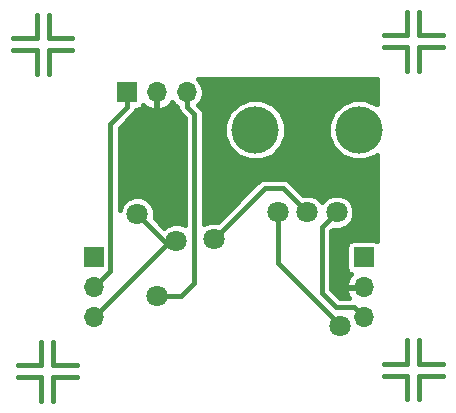
<source format=gbr>
G04 #@! TF.GenerationSoftware,KiCad,Pcbnew,5.0.0*
G04 #@! TF.CreationDate,2018-09-26T09:14:00+02:00*
G04 #@! TF.ProjectId,active_filter,6163746976655F66696C7465722E6B69,rev?*
G04 #@! TF.SameCoordinates,Original*
G04 #@! TF.FileFunction,Copper,L2,Bot,Signal*
G04 #@! TF.FilePolarity,Positive*
%FSLAX46Y46*%
G04 Gerber Fmt 4.6, Leading zero omitted, Abs format (unit mm)*
G04 Created by KiCad (PCBNEW 5.0.0) date Wed Sep 26 09:14:00 2018*
%MOMM*%
%LPD*%
G01*
G04 APERTURE LIST*
G04 #@! TA.AperFunction,EtchedComponent*
%ADD10C,0.381000*%
G04 #@! TD*
G04 #@! TA.AperFunction,ComponentPad*
%ADD11O,1.700000X1.700000*%
G04 #@! TD*
G04 #@! TA.AperFunction,ComponentPad*
%ADD12R,1.700000X1.700000*%
G04 #@! TD*
G04 #@! TA.AperFunction,WasherPad*
%ADD13C,4.000000*%
G04 #@! TD*
G04 #@! TA.AperFunction,ComponentPad*
%ADD14C,1.800000*%
G04 #@! TD*
G04 #@! TA.AperFunction,ViaPad*
%ADD15C,1.800000*%
G04 #@! TD*
G04 #@! TA.AperFunction,Conductor*
%ADD16C,0.400000*%
G04 #@! TD*
G04 APERTURE END LIST*
D10*
G04 #@! TO.C,REF\002A\002A*
X19423380Y-55618380D02*
X19423380Y-57617360D01*
X19423380Y-55618380D02*
X21422360Y-55618380D01*
X18422620Y-55618380D02*
X18422620Y-57617360D01*
X18422620Y-55618380D02*
X16423640Y-55618380D01*
X18422620Y-54617620D02*
X16423640Y-54617620D01*
X18422620Y-54617620D02*
X18422620Y-52618640D01*
X19423380Y-54617620D02*
X21422360Y-54617620D01*
X19423380Y-54617620D02*
X19423380Y-52618640D01*
X50411380Y-55491380D02*
X50411380Y-57490360D01*
X50411380Y-55491380D02*
X52410360Y-55491380D01*
X49410620Y-55491380D02*
X49410620Y-57490360D01*
X49410620Y-55491380D02*
X47411640Y-55491380D01*
X49410620Y-54490620D02*
X47411640Y-54490620D01*
X49410620Y-54490620D02*
X49410620Y-52491640D01*
X50411380Y-54490620D02*
X52410360Y-54490620D01*
X50411380Y-54490620D02*
X50411380Y-52491640D01*
X50411380Y-27678380D02*
X50411380Y-29677360D01*
X50411380Y-27678380D02*
X52410360Y-27678380D01*
X49410620Y-27678380D02*
X49410620Y-29677360D01*
X49410620Y-27678380D02*
X47411640Y-27678380D01*
X49410620Y-26677620D02*
X47411640Y-26677620D01*
X49410620Y-26677620D02*
X49410620Y-24678640D01*
X50411380Y-26677620D02*
X52410360Y-26677620D01*
X50411380Y-26677620D02*
X50411380Y-24678640D01*
X19042380Y-26931620D02*
X19042380Y-24932640D01*
X19042380Y-26931620D02*
X21041360Y-26931620D01*
X18041620Y-26931620D02*
X18041620Y-24932640D01*
X18041620Y-26931620D02*
X16042640Y-26931620D01*
X18041620Y-27932380D02*
X16042640Y-27932380D01*
X18041620Y-27932380D02*
X18041620Y-29931360D01*
X19042380Y-27932380D02*
X21041360Y-27932380D01*
X19042380Y-27932380D02*
X19042380Y-29931360D01*
G04 #@! TD*
D11*
G04 #@! TO.P,Jump0,3*
G04 #@! TO.N,REF*
X30734000Y-31496000D03*
G04 #@! TO.P,Jump0,2*
G04 #@! TO.N,COM*
X28194000Y-31496000D03*
D12*
G04 #@! TO.P,Jump0,1*
G04 #@! TO.N,GND*
X25654000Y-31496000D03*
G04 #@! TD*
G04 #@! TO.P,J1,1*
G04 #@! TO.N,IN*
X45720000Y-45466000D03*
D11*
G04 #@! TO.P,J1,2*
G04 #@! TO.N,COM*
X45720000Y-48006000D03*
G04 #@! TO.P,J1,3*
G04 #@! TO.N,OUT*
X45720000Y-50546000D03*
G04 #@! TD*
G04 #@! TO.P,J0,3*
G04 #@! TO.N,VEE*
X22860000Y-50546000D03*
G04 #@! TO.P,J0,2*
G04 #@! TO.N,GND*
X22860000Y-48006000D03*
D12*
G04 #@! TO.P,J0,1*
G04 #@! TO.N,VCC*
X22860000Y-45466000D03*
G04 #@! TD*
D13*
G04 #@! TO.P,RV4,*
G04 #@! TO.N,*
X45334000Y-34656000D03*
X36534000Y-34656000D03*
D14*
G04 #@! TO.P,RV4,1*
G04 #@! TO.N,OUT*
X43434000Y-41656000D03*
G04 #@! TO.P,RV4,2*
G04 #@! TO.N,Net-(RV4-Pad2)*
X40934000Y-41656000D03*
G04 #@! TO.P,RV4,3*
G04 #@! TO.N,Net-(R3-Pad1)*
X38434000Y-41656000D03*
G04 #@! TD*
D15*
G04 #@! TO.N,REF*
X28194000Y-48768000D03*
G04 #@! TO.N,VEE*
X26543000Y-41783000D03*
X29845000Y-44069000D03*
G04 #@! TO.N,Net-(RV4-Pad2)*
X33020000Y-43942000D03*
G04 #@! TO.N,Net-(R3-Pad1)*
X43735692Y-51277990D03*
G04 #@! TO.N,COM*
X41021000Y-37846000D03*
X41021000Y-31496000D03*
G04 #@! TD*
D16*
G04 #@! TO.N,REF*
X28194000Y-48768000D02*
X30226000Y-48768000D01*
X30226000Y-48768000D02*
X31369000Y-47625000D01*
X31369000Y-33333081D02*
X30734000Y-32698081D01*
X30734000Y-32698081D02*
X30734000Y-31496000D01*
X31369000Y-47625000D02*
X31369000Y-33333081D01*
G04 #@! TO.N,VEE*
X29337000Y-44069000D02*
X29845000Y-44069000D01*
X22860000Y-50546000D02*
X29337000Y-44069000D01*
X28829000Y-44069000D02*
X29845000Y-44069000D01*
X26543000Y-41783000D02*
X28829000Y-44069000D01*
G04 #@! TO.N,Net-(RV4-Pad2)*
X37338000Y-39624000D02*
X38902000Y-39624000D01*
X38902000Y-39624000D02*
X40934000Y-41656000D01*
X33020000Y-43942000D02*
X37338000Y-39624000D01*
G04 #@! TO.N,OUT*
X44870001Y-49696001D02*
X43346001Y-49696001D01*
X45720000Y-50546000D02*
X44870001Y-49696001D01*
X43346001Y-49696001D02*
X42164000Y-48514000D01*
X42164000Y-42926000D02*
X43434000Y-41656000D01*
X42164000Y-48514000D02*
X42164000Y-42926000D01*
G04 #@! TO.N,Net-(R3-Pad1)*
X38434000Y-41656000D02*
X38434000Y-45976298D01*
X42835693Y-50377991D02*
X43735692Y-51277990D01*
X38434000Y-45976298D02*
X42835693Y-50377991D01*
G04 #@! TO.N,GND*
X24260001Y-34139999D02*
X24260001Y-46605999D01*
X25654000Y-32746000D02*
X24260001Y-34139999D01*
X23709999Y-47156001D02*
X22860000Y-48006000D01*
X24260001Y-46605999D02*
X23709999Y-47156001D01*
X25654000Y-31496000D02*
X25654000Y-32746000D01*
G04 #@! TD*
G04 #@! TO.N,COM*
G36*
X46848001Y-32493045D02*
X46806782Y-32451826D01*
X45851172Y-32056000D01*
X44816828Y-32056000D01*
X43861218Y-32451826D01*
X43129826Y-33183218D01*
X42734000Y-34138828D01*
X42734000Y-35173172D01*
X43129826Y-36128782D01*
X43861218Y-36860174D01*
X44816828Y-37256000D01*
X45851172Y-37256000D01*
X46806782Y-36860174D01*
X46848001Y-36818955D01*
X46848000Y-44080141D01*
X46804108Y-44050813D01*
X46570000Y-44004246D01*
X44870000Y-44004246D01*
X44635892Y-44050813D01*
X44437425Y-44183425D01*
X44304813Y-44381892D01*
X44258246Y-44616000D01*
X44258246Y-46316000D01*
X44304813Y-46550108D01*
X44437425Y-46748575D01*
X44635892Y-46881187D01*
X44676113Y-46889187D01*
X44428566Y-47134466D01*
X44193349Y-47695018D01*
X44190554Y-47709086D01*
X44340056Y-47952000D01*
X45666000Y-47952000D01*
X45666000Y-47932000D01*
X45774000Y-47932000D01*
X45774000Y-47952000D01*
X45794000Y-47952000D01*
X45794000Y-48060000D01*
X45774000Y-48060000D01*
X45774000Y-48080000D01*
X45666000Y-48080000D01*
X45666000Y-48060000D01*
X44340056Y-48060000D01*
X44190554Y-48302914D01*
X44193349Y-48316982D01*
X44428566Y-48877534D01*
X44447204Y-48896001D01*
X43677372Y-48896001D01*
X42964000Y-48182630D01*
X42964000Y-43257370D01*
X43085949Y-43135421D01*
X43135631Y-43156000D01*
X43732369Y-43156000D01*
X44283682Y-42927639D01*
X44705639Y-42505682D01*
X44934000Y-41954369D01*
X44934000Y-41357631D01*
X44705639Y-40806318D01*
X44283682Y-40384361D01*
X43732369Y-40156000D01*
X43135631Y-40156000D01*
X42584318Y-40384361D01*
X42184000Y-40784679D01*
X41783682Y-40384361D01*
X41232369Y-40156000D01*
X40635631Y-40156000D01*
X40585949Y-40176579D01*
X39523398Y-39114028D01*
X39478767Y-39047233D01*
X39214144Y-38870417D01*
X38980789Y-38824000D01*
X38980784Y-38824000D01*
X38902000Y-38808329D01*
X38823216Y-38824000D01*
X37416783Y-38824000D01*
X37337999Y-38808329D01*
X37259215Y-38824000D01*
X37259211Y-38824000D01*
X37025856Y-38870417D01*
X36761233Y-39047233D01*
X36716604Y-39114025D01*
X33368051Y-42462579D01*
X33318369Y-42442000D01*
X32721631Y-42442000D01*
X32170318Y-42670361D01*
X32169000Y-42671679D01*
X32169000Y-34138828D01*
X33934000Y-34138828D01*
X33934000Y-35173172D01*
X34329826Y-36128782D01*
X35061218Y-36860174D01*
X36016828Y-37256000D01*
X37051172Y-37256000D01*
X38006782Y-36860174D01*
X38738174Y-36128782D01*
X39134000Y-35173172D01*
X39134000Y-34138828D01*
X38738174Y-33183218D01*
X38006782Y-32451826D01*
X37051172Y-32056000D01*
X36016828Y-32056000D01*
X35061218Y-32451826D01*
X34329826Y-33183218D01*
X33934000Y-34138828D01*
X32169000Y-34138828D01*
X32169000Y-33411866D01*
X32184671Y-33333081D01*
X32169000Y-33254296D01*
X32169000Y-33254292D01*
X32122583Y-33020937D01*
X32122583Y-33020936D01*
X32016297Y-32861870D01*
X31945767Y-32756314D01*
X31878972Y-32711683D01*
X31737004Y-32569715D01*
X31779392Y-32541392D01*
X32099870Y-32061762D01*
X32212407Y-31496000D01*
X32099870Y-30930238D01*
X31779392Y-30450608D01*
X31655760Y-30368000D01*
X46848001Y-30368000D01*
X46848001Y-32493045D01*
X46848001Y-32493045D01*
G37*
X46848001Y-32493045D02*
X46806782Y-32451826D01*
X45851172Y-32056000D01*
X44816828Y-32056000D01*
X43861218Y-32451826D01*
X43129826Y-33183218D01*
X42734000Y-34138828D01*
X42734000Y-35173172D01*
X43129826Y-36128782D01*
X43861218Y-36860174D01*
X44816828Y-37256000D01*
X45851172Y-37256000D01*
X46806782Y-36860174D01*
X46848001Y-36818955D01*
X46848000Y-44080141D01*
X46804108Y-44050813D01*
X46570000Y-44004246D01*
X44870000Y-44004246D01*
X44635892Y-44050813D01*
X44437425Y-44183425D01*
X44304813Y-44381892D01*
X44258246Y-44616000D01*
X44258246Y-46316000D01*
X44304813Y-46550108D01*
X44437425Y-46748575D01*
X44635892Y-46881187D01*
X44676113Y-46889187D01*
X44428566Y-47134466D01*
X44193349Y-47695018D01*
X44190554Y-47709086D01*
X44340056Y-47952000D01*
X45666000Y-47952000D01*
X45666000Y-47932000D01*
X45774000Y-47932000D01*
X45774000Y-47952000D01*
X45794000Y-47952000D01*
X45794000Y-48060000D01*
X45774000Y-48060000D01*
X45774000Y-48080000D01*
X45666000Y-48080000D01*
X45666000Y-48060000D01*
X44340056Y-48060000D01*
X44190554Y-48302914D01*
X44193349Y-48316982D01*
X44428566Y-48877534D01*
X44447204Y-48896001D01*
X43677372Y-48896001D01*
X42964000Y-48182630D01*
X42964000Y-43257370D01*
X43085949Y-43135421D01*
X43135631Y-43156000D01*
X43732369Y-43156000D01*
X44283682Y-42927639D01*
X44705639Y-42505682D01*
X44934000Y-41954369D01*
X44934000Y-41357631D01*
X44705639Y-40806318D01*
X44283682Y-40384361D01*
X43732369Y-40156000D01*
X43135631Y-40156000D01*
X42584318Y-40384361D01*
X42184000Y-40784679D01*
X41783682Y-40384361D01*
X41232369Y-40156000D01*
X40635631Y-40156000D01*
X40585949Y-40176579D01*
X39523398Y-39114028D01*
X39478767Y-39047233D01*
X39214144Y-38870417D01*
X38980789Y-38824000D01*
X38980784Y-38824000D01*
X38902000Y-38808329D01*
X38823216Y-38824000D01*
X37416783Y-38824000D01*
X37337999Y-38808329D01*
X37259215Y-38824000D01*
X37259211Y-38824000D01*
X37025856Y-38870417D01*
X36761233Y-39047233D01*
X36716604Y-39114025D01*
X33368051Y-42462579D01*
X33318369Y-42442000D01*
X32721631Y-42442000D01*
X32170318Y-42670361D01*
X32169000Y-42671679D01*
X32169000Y-34138828D01*
X33934000Y-34138828D01*
X33934000Y-35173172D01*
X34329826Y-36128782D01*
X35061218Y-36860174D01*
X36016828Y-37256000D01*
X37051172Y-37256000D01*
X38006782Y-36860174D01*
X38738174Y-36128782D01*
X39134000Y-35173172D01*
X39134000Y-34138828D01*
X38738174Y-33183218D01*
X38006782Y-32451826D01*
X37051172Y-32056000D01*
X36016828Y-32056000D01*
X35061218Y-32451826D01*
X34329826Y-33183218D01*
X33934000Y-34138828D01*
X32169000Y-34138828D01*
X32169000Y-33411866D01*
X32184671Y-33333081D01*
X32169000Y-33254296D01*
X32169000Y-33254292D01*
X32122583Y-33020937D01*
X32122583Y-33020936D01*
X32016297Y-32861870D01*
X31945767Y-32756314D01*
X31878972Y-32711683D01*
X31737004Y-32569715D01*
X31779392Y-32541392D01*
X32099870Y-32061762D01*
X32212407Y-31496000D01*
X32099870Y-30930238D01*
X31779392Y-30450608D01*
X31655760Y-30368000D01*
X46848001Y-30368000D01*
X46848001Y-32493045D01*
G36*
X28248000Y-31442000D02*
X28268000Y-31442000D01*
X28268000Y-31550000D01*
X28248000Y-31550000D01*
X28248000Y-32875944D01*
X28490914Y-33025446D01*
X28504982Y-33022651D01*
X29065534Y-32787434D01*
X29493403Y-32355608D01*
X29520380Y-32289621D01*
X29688608Y-32541392D01*
X29918890Y-32695261D01*
X29918329Y-32698081D01*
X29934000Y-32776865D01*
X29934000Y-32776869D01*
X29980417Y-33010224D01*
X30157233Y-33274848D01*
X30224028Y-33319479D01*
X30569001Y-33664452D01*
X30569000Y-42745302D01*
X30143369Y-42569000D01*
X29546631Y-42569000D01*
X28995318Y-42797361D01*
X28842025Y-42950654D01*
X28022421Y-42131051D01*
X28043000Y-42081369D01*
X28043000Y-41484631D01*
X27814639Y-40933318D01*
X27392682Y-40511361D01*
X26841369Y-40283000D01*
X26244631Y-40283000D01*
X25693318Y-40511361D01*
X25271361Y-40933318D01*
X25060001Y-41443587D01*
X25060001Y-34471369D01*
X26163974Y-33367397D01*
X26230767Y-33322767D01*
X26407583Y-33058144D01*
X26427552Y-32957754D01*
X26504000Y-32957754D01*
X26738108Y-32911187D01*
X26936575Y-32778575D01*
X27069187Y-32580108D01*
X27077187Y-32539887D01*
X27322466Y-32787434D01*
X27883018Y-33022651D01*
X27897086Y-33025446D01*
X28140000Y-32875944D01*
X28140000Y-31550000D01*
X28120000Y-31550000D01*
X28120000Y-31442000D01*
X28140000Y-31442000D01*
X28140000Y-31422000D01*
X28248000Y-31422000D01*
X28248000Y-31442000D01*
X28248000Y-31442000D01*
G37*
X28248000Y-31442000D02*
X28268000Y-31442000D01*
X28268000Y-31550000D01*
X28248000Y-31550000D01*
X28248000Y-32875944D01*
X28490914Y-33025446D01*
X28504982Y-33022651D01*
X29065534Y-32787434D01*
X29493403Y-32355608D01*
X29520380Y-32289621D01*
X29688608Y-32541392D01*
X29918890Y-32695261D01*
X29918329Y-32698081D01*
X29934000Y-32776865D01*
X29934000Y-32776869D01*
X29980417Y-33010224D01*
X30157233Y-33274848D01*
X30224028Y-33319479D01*
X30569001Y-33664452D01*
X30569000Y-42745302D01*
X30143369Y-42569000D01*
X29546631Y-42569000D01*
X28995318Y-42797361D01*
X28842025Y-42950654D01*
X28022421Y-42131051D01*
X28043000Y-42081369D01*
X28043000Y-41484631D01*
X27814639Y-40933318D01*
X27392682Y-40511361D01*
X26841369Y-40283000D01*
X26244631Y-40283000D01*
X25693318Y-40511361D01*
X25271361Y-40933318D01*
X25060001Y-41443587D01*
X25060001Y-34471369D01*
X26163974Y-33367397D01*
X26230767Y-33322767D01*
X26407583Y-33058144D01*
X26427552Y-32957754D01*
X26504000Y-32957754D01*
X26738108Y-32911187D01*
X26936575Y-32778575D01*
X27069187Y-32580108D01*
X27077187Y-32539887D01*
X27322466Y-32787434D01*
X27883018Y-33022651D01*
X27897086Y-33025446D01*
X28140000Y-32875944D01*
X28140000Y-31550000D01*
X28120000Y-31550000D01*
X28120000Y-31442000D01*
X28140000Y-31442000D01*
X28140000Y-31422000D01*
X28248000Y-31422000D01*
X28248000Y-31442000D01*
G04 #@! TD*
M02*

</source>
